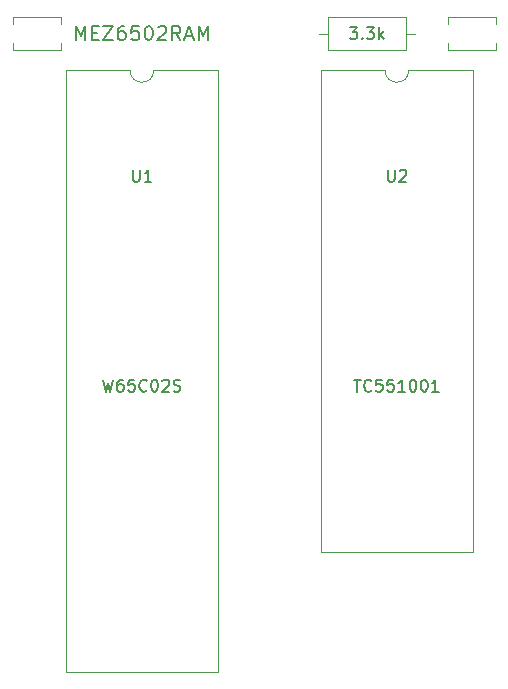
<source format=gto>
G04 #@! TF.GenerationSoftware,KiCad,Pcbnew,(6.0.9-0)*
G04 #@! TF.CreationDate,2022-12-09T10:48:47+09:00*
G04 #@! TF.ProjectId,MEZ6502RAM,4d455a36-3530-4325-9241-4d2e6b696361,A*
G04 #@! TF.SameCoordinates,PX5f5e100PY8f0d180*
G04 #@! TF.FileFunction,Legend,Top*
G04 #@! TF.FilePolarity,Positive*
%FSLAX46Y46*%
G04 Gerber Fmt 4.6, Leading zero omitted, Abs format (unit mm)*
G04 Created by KiCad (PCBNEW (6.0.9-0)) date 2022-12-09 10:48:47*
%MOMM*%
%LPD*%
G01*
G04 APERTURE LIST*
%ADD10C,0.150000*%
%ADD11C,0.200000*%
%ADD12C,0.120000*%
G04 APERTURE END LIST*
D10*
X11930476Y25947620D02*
X12168571Y24947620D01*
X12359047Y25661905D01*
X12549523Y24947620D01*
X12787619Y25947620D01*
X13597142Y25947620D02*
X13406666Y25947620D01*
X13311428Y25900000D01*
X13263809Y25852381D01*
X13168571Y25709524D01*
X13120952Y25519048D01*
X13120952Y25138096D01*
X13168571Y25042858D01*
X13216190Y24995239D01*
X13311428Y24947620D01*
X13501904Y24947620D01*
X13597142Y24995239D01*
X13644761Y25042858D01*
X13692380Y25138096D01*
X13692380Y25376191D01*
X13644761Y25471429D01*
X13597142Y25519048D01*
X13501904Y25566667D01*
X13311428Y25566667D01*
X13216190Y25519048D01*
X13168571Y25471429D01*
X13120952Y25376191D01*
X14597142Y25947620D02*
X14120952Y25947620D01*
X14073333Y25471429D01*
X14120952Y25519048D01*
X14216190Y25566667D01*
X14454285Y25566667D01*
X14549523Y25519048D01*
X14597142Y25471429D01*
X14644761Y25376191D01*
X14644761Y25138096D01*
X14597142Y25042858D01*
X14549523Y24995239D01*
X14454285Y24947620D01*
X14216190Y24947620D01*
X14120952Y24995239D01*
X14073333Y25042858D01*
X15644761Y25042858D02*
X15597142Y24995239D01*
X15454285Y24947620D01*
X15359047Y24947620D01*
X15216190Y24995239D01*
X15120952Y25090477D01*
X15073333Y25185715D01*
X15025714Y25376191D01*
X15025714Y25519048D01*
X15073333Y25709524D01*
X15120952Y25804762D01*
X15216190Y25900000D01*
X15359047Y25947620D01*
X15454285Y25947620D01*
X15597142Y25900000D01*
X15644761Y25852381D01*
X16263809Y25947620D02*
X16359047Y25947620D01*
X16454285Y25900000D01*
X16501904Y25852381D01*
X16549523Y25757143D01*
X16597142Y25566667D01*
X16597142Y25328572D01*
X16549523Y25138096D01*
X16501904Y25042858D01*
X16454285Y24995239D01*
X16359047Y24947620D01*
X16263809Y24947620D01*
X16168571Y24995239D01*
X16120952Y25042858D01*
X16073333Y25138096D01*
X16025714Y25328572D01*
X16025714Y25566667D01*
X16073333Y25757143D01*
X16120952Y25852381D01*
X16168571Y25900000D01*
X16263809Y25947620D01*
X16978095Y25852381D02*
X17025714Y25900000D01*
X17120952Y25947620D01*
X17359047Y25947620D01*
X17454285Y25900000D01*
X17501904Y25852381D01*
X17549523Y25757143D01*
X17549523Y25661905D01*
X17501904Y25519048D01*
X16930476Y24947620D01*
X17549523Y24947620D01*
X17930476Y24995239D02*
X18073333Y24947620D01*
X18311428Y24947620D01*
X18406666Y24995239D01*
X18454285Y25042858D01*
X18501904Y25138096D01*
X18501904Y25233334D01*
X18454285Y25328572D01*
X18406666Y25376191D01*
X18311428Y25423810D01*
X18120952Y25471429D01*
X18025714Y25519048D01*
X17978095Y25566667D01*
X17930476Y25661905D01*
X17930476Y25757143D01*
X17978095Y25852381D01*
X18025714Y25900000D01*
X18120952Y25947620D01*
X18359047Y25947620D01*
X18501904Y25900000D01*
X33187142Y25947620D02*
X33758571Y25947620D01*
X33472857Y24947620D02*
X33472857Y25947620D01*
X34663333Y25042858D02*
X34615714Y24995239D01*
X34472857Y24947620D01*
X34377619Y24947620D01*
X34234761Y24995239D01*
X34139523Y25090477D01*
X34091904Y25185715D01*
X34044285Y25376191D01*
X34044285Y25519048D01*
X34091904Y25709524D01*
X34139523Y25804762D01*
X34234761Y25900000D01*
X34377619Y25947620D01*
X34472857Y25947620D01*
X34615714Y25900000D01*
X34663333Y25852381D01*
X35568095Y25947620D02*
X35091904Y25947620D01*
X35044285Y25471429D01*
X35091904Y25519048D01*
X35187142Y25566667D01*
X35425238Y25566667D01*
X35520476Y25519048D01*
X35568095Y25471429D01*
X35615714Y25376191D01*
X35615714Y25138096D01*
X35568095Y25042858D01*
X35520476Y24995239D01*
X35425238Y24947620D01*
X35187142Y24947620D01*
X35091904Y24995239D01*
X35044285Y25042858D01*
X36520476Y25947620D02*
X36044285Y25947620D01*
X35996666Y25471429D01*
X36044285Y25519048D01*
X36139523Y25566667D01*
X36377619Y25566667D01*
X36472857Y25519048D01*
X36520476Y25471429D01*
X36568095Y25376191D01*
X36568095Y25138096D01*
X36520476Y25042858D01*
X36472857Y24995239D01*
X36377619Y24947620D01*
X36139523Y24947620D01*
X36044285Y24995239D01*
X35996666Y25042858D01*
X37520476Y24947620D02*
X36949047Y24947620D01*
X37234761Y24947620D02*
X37234761Y25947620D01*
X37139523Y25804762D01*
X37044285Y25709524D01*
X36949047Y25661905D01*
X38139523Y25947620D02*
X38234761Y25947620D01*
X38330000Y25900000D01*
X38377619Y25852381D01*
X38425238Y25757143D01*
X38472857Y25566667D01*
X38472857Y25328572D01*
X38425238Y25138096D01*
X38377619Y25042858D01*
X38330000Y24995239D01*
X38234761Y24947620D01*
X38139523Y24947620D01*
X38044285Y24995239D01*
X37996666Y25042858D01*
X37949047Y25138096D01*
X37901428Y25328572D01*
X37901428Y25566667D01*
X37949047Y25757143D01*
X37996666Y25852381D01*
X38044285Y25900000D01*
X38139523Y25947620D01*
X39091904Y25947620D02*
X39187142Y25947620D01*
X39282380Y25900000D01*
X39330000Y25852381D01*
X39377619Y25757143D01*
X39425238Y25566667D01*
X39425238Y25328572D01*
X39377619Y25138096D01*
X39330000Y25042858D01*
X39282380Y24995239D01*
X39187142Y24947620D01*
X39091904Y24947620D01*
X38996666Y24995239D01*
X38949047Y25042858D01*
X38901428Y25138096D01*
X38853809Y25328572D01*
X38853809Y25566667D01*
X38901428Y25757143D01*
X38949047Y25852381D01*
X38996666Y25900000D01*
X39091904Y25947620D01*
X40377619Y24947620D02*
X39806190Y24947620D01*
X40091904Y24947620D02*
X40091904Y25947620D01*
X39996666Y25804762D01*
X39901428Y25709524D01*
X39806190Y25661905D01*
X32837619Y55792620D02*
X33456666Y55792620D01*
X33123333Y55411667D01*
X33266190Y55411667D01*
X33361428Y55364048D01*
X33409047Y55316429D01*
X33456666Y55221191D01*
X33456666Y54983096D01*
X33409047Y54887858D01*
X33361428Y54840239D01*
X33266190Y54792620D01*
X32980476Y54792620D01*
X32885238Y54840239D01*
X32837619Y54887858D01*
X33885238Y54887858D02*
X33932857Y54840239D01*
X33885238Y54792620D01*
X33837619Y54840239D01*
X33885238Y54887858D01*
X33885238Y54792620D01*
X34266190Y55792620D02*
X34885238Y55792620D01*
X34551904Y55411667D01*
X34694761Y55411667D01*
X34790000Y55364048D01*
X34837619Y55316429D01*
X34885238Y55221191D01*
X34885238Y54983096D01*
X34837619Y54887858D01*
X34790000Y54840239D01*
X34694761Y54792620D01*
X34409047Y54792620D01*
X34313809Y54840239D01*
X34266190Y54887858D01*
X35313809Y54792620D02*
X35313809Y55792620D01*
X35409047Y55173572D02*
X35694761Y54792620D01*
X35694761Y55459286D02*
X35313809Y55078334D01*
D11*
X9640000Y54702143D02*
X9640000Y55902143D01*
X10040000Y55045000D01*
X10440000Y55902143D01*
X10440000Y54702143D01*
X11011428Y55330715D02*
X11411428Y55330715D01*
X11582857Y54702143D02*
X11011428Y54702143D01*
X11011428Y55902143D01*
X11582857Y55902143D01*
X11982857Y55902143D02*
X12782857Y55902143D01*
X11982857Y54702143D01*
X12782857Y54702143D01*
X13754285Y55902143D02*
X13525714Y55902143D01*
X13411428Y55845000D01*
X13354285Y55787858D01*
X13240000Y55616429D01*
X13182857Y55387858D01*
X13182857Y54930715D01*
X13240000Y54816429D01*
X13297142Y54759286D01*
X13411428Y54702143D01*
X13640000Y54702143D01*
X13754285Y54759286D01*
X13811428Y54816429D01*
X13868571Y54930715D01*
X13868571Y55216429D01*
X13811428Y55330715D01*
X13754285Y55387858D01*
X13640000Y55445000D01*
X13411428Y55445000D01*
X13297142Y55387858D01*
X13240000Y55330715D01*
X13182857Y55216429D01*
X14954285Y55902143D02*
X14382857Y55902143D01*
X14325714Y55330715D01*
X14382857Y55387858D01*
X14497142Y55445000D01*
X14782857Y55445000D01*
X14897142Y55387858D01*
X14954285Y55330715D01*
X15011428Y55216429D01*
X15011428Y54930715D01*
X14954285Y54816429D01*
X14897142Y54759286D01*
X14782857Y54702143D01*
X14497142Y54702143D01*
X14382857Y54759286D01*
X14325714Y54816429D01*
X15754285Y55902143D02*
X15868571Y55902143D01*
X15982857Y55845000D01*
X16040000Y55787858D01*
X16097142Y55673572D01*
X16154285Y55445000D01*
X16154285Y55159286D01*
X16097142Y54930715D01*
X16040000Y54816429D01*
X15982857Y54759286D01*
X15868571Y54702143D01*
X15754285Y54702143D01*
X15640000Y54759286D01*
X15582857Y54816429D01*
X15525714Y54930715D01*
X15468571Y55159286D01*
X15468571Y55445000D01*
X15525714Y55673572D01*
X15582857Y55787858D01*
X15640000Y55845000D01*
X15754285Y55902143D01*
X16611428Y55787858D02*
X16668571Y55845000D01*
X16782857Y55902143D01*
X17068571Y55902143D01*
X17182857Y55845000D01*
X17240000Y55787858D01*
X17297142Y55673572D01*
X17297142Y55559286D01*
X17240000Y55387858D01*
X16554285Y54702143D01*
X17297142Y54702143D01*
X18497142Y54702143D02*
X18097142Y55273572D01*
X17811428Y54702143D02*
X17811428Y55902143D01*
X18268571Y55902143D01*
X18382857Y55845000D01*
X18440000Y55787858D01*
X18497142Y55673572D01*
X18497142Y55502143D01*
X18440000Y55387858D01*
X18382857Y55330715D01*
X18268571Y55273572D01*
X17811428Y55273572D01*
X18954285Y55045000D02*
X19525714Y55045000D01*
X18840000Y54702143D02*
X19240000Y55902143D01*
X19640000Y54702143D01*
X20040000Y54702143D02*
X20040000Y55902143D01*
X20440000Y55045000D01*
X20840000Y55902143D01*
X20840000Y54702143D01*
D10*
X36068095Y43727620D02*
X36068095Y42918096D01*
X36115714Y42822858D01*
X36163333Y42775239D01*
X36258571Y42727620D01*
X36449047Y42727620D01*
X36544285Y42775239D01*
X36591904Y42822858D01*
X36639523Y42918096D01*
X36639523Y43727620D01*
X37068095Y43632381D02*
X37115714Y43680000D01*
X37210952Y43727620D01*
X37449047Y43727620D01*
X37544285Y43680000D01*
X37591904Y43632381D01*
X37639523Y43537143D01*
X37639523Y43441905D01*
X37591904Y43299048D01*
X37020476Y42727620D01*
X37639523Y42727620D01*
X14478095Y43727620D02*
X14478095Y42918096D01*
X14525714Y42822858D01*
X14573333Y42775239D01*
X14668571Y42727620D01*
X14859047Y42727620D01*
X14954285Y42775239D01*
X15001904Y42822858D01*
X15049523Y42918096D01*
X15049523Y43727620D01*
X16049523Y42727620D02*
X15478095Y42727620D01*
X15763809Y42727620D02*
X15763809Y43727620D01*
X15668571Y43584762D01*
X15573333Y43489524D01*
X15478095Y43441905D01*
D12*
X35830000Y52130000D02*
X30370000Y52130000D01*
X30370000Y11370000D02*
X43290000Y11370000D01*
X43290000Y11370000D02*
X43290000Y52130000D01*
X43290000Y52130000D02*
X37830000Y52130000D01*
X30370000Y52130000D02*
X30370000Y11370000D01*
X35830000Y52130000D02*
G75*
G03*
X37830000Y52130000I1000000J0D01*
G01*
X30250000Y55245000D02*
X31020000Y55245000D01*
X37560000Y53875000D02*
X37560000Y56615000D01*
X31020000Y56615000D02*
X31020000Y53875000D01*
X38330000Y55245000D02*
X37560000Y55245000D01*
X37560000Y56615000D02*
X31020000Y56615000D01*
X31020000Y53875000D02*
X37560000Y53875000D01*
X8780000Y52130000D02*
X8780000Y1210000D01*
X8780000Y1210000D02*
X21700000Y1210000D01*
X21700000Y1210000D02*
X21700000Y52130000D01*
X14240000Y52130000D02*
X8780000Y52130000D01*
X21700000Y52130000D02*
X16240000Y52130000D01*
X14240000Y52130000D02*
G75*
G03*
X16240000Y52130000I1000000J0D01*
G01*
X41160000Y54450000D02*
X41160000Y53825000D01*
X45200000Y56665000D02*
X45200000Y56040000D01*
X45200000Y54450000D02*
X45200000Y53825000D01*
X41160000Y53825000D02*
X45200000Y53825000D01*
X41160000Y56665000D02*
X41160000Y56040000D01*
X41160000Y56665000D02*
X45200000Y56665000D01*
X4310000Y53825000D02*
X4310000Y54450000D01*
X8350000Y53825000D02*
X4310000Y53825000D01*
X8350000Y56040000D02*
X8350000Y56665000D01*
X4310000Y56040000D02*
X4310000Y56665000D01*
X8350000Y53825000D02*
X8350000Y54450000D01*
X8350000Y56665000D02*
X4310000Y56665000D01*
M02*

</source>
